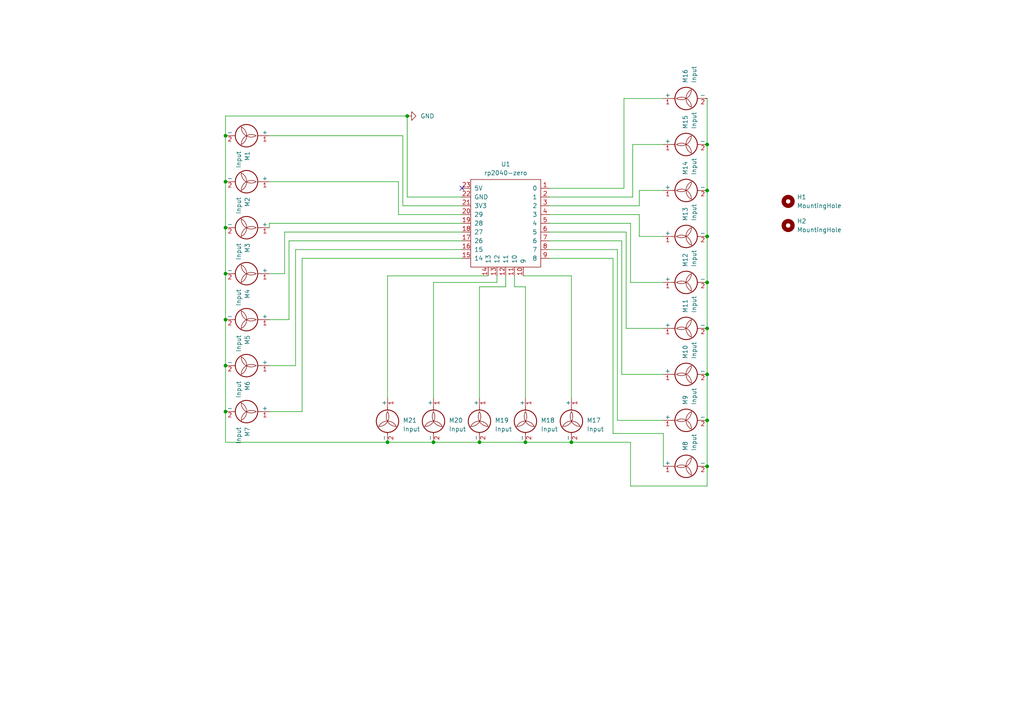
<source format=kicad_sch>
(kicad_sch (version 20230121) (generator eeschema)
  (paper "A4")
  (lib_symbols
    (symbol "Mechanical:MountingHole" (pin_names (offset 1.016))
      (property "Reference" "H" (at 0 5.08 0))
      (property "Value" "MountingHole" (at 0 3.175 0))
      (symbol "MountingHole_0_1"
        (circle (center 0 0) (radius 1.27) (stroke (width 1.27)))
      )
    )
    (symbol "Motor:Fan" (pin_names (offset 0))
      (property "Reference" "M" (at 2.54 5.08 0))
      (property "Value" "Fan" (at 2.54 -2.54 0))
      (symbol "Fan_0_1"
        (arc (start -2.54 -0.508) (mid 0.0028 0.9121) (end 0 3.81))
        (polyline (pts (xy 0 -5.08) (xy 0 -4.572)))
        (polyline (pts (xy 0 -2.2352) (xy 0 -2.6416)))
        (polyline (pts (xy 0 4.2672) (xy 0 4.6228)))
        (polyline (pts (xy 0 4.572) (xy 0 5.08)))
        (circle (center 0 1.016) (radius 3.2512) (stroke (width 0.254)))
        (arc (start 0 3.81) (mid 0.053 0.921) (end 2.54 -0.508))
        (arc (start 2.54 -0.508) (mid 0 1.0618) (end -2.54 -0.508))
      )
      (symbol "Fan_1_1"
        (pin passive line (at 0 7.62 270) (length 2.54) (name "+") (number "1"))
        (pin passive line (at 0 -5.08 90) (length 2.54) (name "-") (number "2"))
      )
    )
    (symbol "mcu:rp2040-zero" (pin_names (offset 1.016))
      (property "Reference" "U" (at 0 15.24 0))
      (property "Value" "rp2040-zero" (at 0 12.7 0))
      (symbol "rp2040-zero_0_1"
        (rectangle (start -10.16 11.43) (end 10.16 -13.97))
      )
      (symbol "rp2040-zero_1_1"
        (pin bidirectional line (at 12.7 8.89 180) (length 2.54) (name "0") (number "1"))
        (pin bidirectional line (at 5.08 -16.51 90) (length 2.54) (name "9") (number "10"))
        (pin bidirectional line (at 2.54 -16.51 90) (length 2.54) (name "10") (number "11"))
        (pin bidirectional line (at 0 -16.51 90) (length 2.54) (name "11") (number "12"))
        (pin bidirectional line (at -2.54 -16.51 90) (length 2.54) (name "12") (number "13"))
        (pin bidirectional line (at -5.08 -16.51 90) (length 2.54) (name "13") (number "14"))
        (pin bidirectional line (at -12.7 -11.43 0) (length 2.54) (name "14") (number "15"))
        (pin bidirectional line (at -12.7 -8.89 0) (length 2.54) (name "15") (number "16"))
        (pin bidirectional line (at -12.7 -6.35 0) (length 2.54) (name "26") (number "17"))
        (pin bidirectional line (at -12.7 -3.81 0) (length 2.54) (name "27") (number "18"))
        (pin bidirectional line (at -12.7 -1.27 0) (length 2.54) (name "28") (number "19"))
        (pin bidirectional line (at 12.7 6.35 180) (length 2.54) (name "1") (number "2"))
        (pin bidirectional line (at -12.7 1.27 0) (length 2.54) (name "29") (number "20"))
        (pin power_out line (at -12.7 3.81 0) (length 2.54) (name "3V3") (number "21"))
        (pin power_out line (at -12.7 6.35 0) (length 2.54) (name "GND") (number "22"))
        (pin power_out line (at -12.7 8.89 0) (length 2.54) (name "5V") (number "23"))
        (pin bidirectional line (at 12.7 3.81 180) (length 2.54) (name "2") (number "3"))
        (pin bidirectional line (at 12.7 1.27 180) (length 2.54) (name "3") (number "4"))
        (pin bidirectional line (at 12.7 -1.27 180) (length 2.54) (name "4") (number "5"))
        (pin bidirectional line (at 12.7 -3.81 180) (length 2.54) (name "5") (number "6"))
        (pin bidirectional line (at 12.7 -6.35 180) (length 2.54) (name "6") (number "7"))
        (pin bidirectional line (at 12.7 -8.89 180) (length 2.54) (name "7") (number "8"))
        (pin bidirectional line (at 12.7 -11.43 180) (length 2.54) (name "8") (number "9"))
      )
    )
    (symbol "power:GND" (power) (pin_names (offset 0))
      (property "Value" "GND" (at 0 -3.81 0))
      (symbol "GND_0_1"
        (polyline (pts (xy 0 0) (xy 0 -1.27) (xy 1.27 -1.27) (xy 0 -2.54) (xy -1.27 -1.27) (xy 0 -1.27)))
      )
      (symbol "GND_1_1"
        (pin power_in line (at 0 0 270) (length 0) hide (name "GND") (number "1"))
      )
    )
  )
  (junction (at 205.105 41.91))
  (junction (at 205.105 135.255))
  (junction (at 65.405 52.705))
  (junction (at 205.105 108.585))
  (junction (at 205.105 55.245))
  (junction (at 205.105 81.915))
  (junction (at 65.405 66.04))
  (junction (at 65.405 106.045))
  (junction (at 152.4 128.27))
  (junction (at 65.405 79.375))
  (junction (at 205.105 95.25))
  (junction (at 118.11 33.655))
  (junction (at 205.105 68.58))
  (junction (at 125.73 128.27))
  (junction (at 65.405 119.38))
  (junction (at 165.735 128.27))
  (junction (at 205.105 121.92))
  (junction (at 112.395 128.27))
  (junction (at 139.065 128.27))
  (junction (at 65.405 39.37))
  (junction (at 65.405 92.71))
  (no_connect (at 133.985 54.61))
  (wire (pts (xy 85.725 106.045) (xy 78.105 106.045)))
  (wire (pts (xy 205.105 41.91) (xy 205.105 55.245)))
  (wire (pts (xy 180.975 54.61) (xy 159.385 54.61)))
  (wire (pts (xy 149.225 83.185) (xy 149.225 80.01)))
  (wire (pts (xy 65.405 106.045) (xy 65.405 119.38)))
  (wire (pts (xy 139.065 83.185) (xy 146.685 83.185)))
  (wire (pts (xy 85.725 72.39) (xy 85.725 106.045)))
  (wire (pts (xy 87.63 74.93) (xy 87.63 119.38)))
  (wire (pts (xy 78.105 39.37) (xy 116.84 39.37)))
  (wire (pts (xy 205.105 95.25) (xy 205.105 81.915)))
  (wire (pts (xy 192.405 68.58) (xy 185.42 68.58)))
  (wire (pts (xy 205.105 68.58) (xy 205.105 55.245)))
  (wire (pts (xy 152.4 83.185) (xy 149.225 83.185)))
  (wire (pts (xy 78.105 66.04) (xy 78.105 64.77)))
  (wire (pts (xy 133.985 57.15) (xy 118.11 57.15)))
  (wire (pts (xy 133.985 72.39) (xy 85.725 72.39)))
  (wire (pts (xy 139.065 128.27) (xy 152.4 128.27)))
  (wire (pts (xy 125.73 128.27) (xy 139.065 128.27)))
  (wire (pts (xy 192.405 55.245) (xy 185.42 55.245)))
  (wire (pts (xy 78.105 52.705) (xy 115.57 52.705)))
  (wire (pts (xy 159.385 57.15) (xy 183.515 57.15)))
  (wire (pts (xy 205.105 121.92) (xy 205.105 108.585)))
  (wire (pts (xy 125.73 115.57) (xy 125.73 81.915)))
  (wire (pts (xy 192.405 121.92) (xy 179.07 121.92)))
  (wire (pts (xy 182.88 140.97) (xy 182.88 128.27)))
  (wire (pts (xy 183.515 41.91) (xy 183.515 57.15)))
  (wire (pts (xy 146.685 83.185) (xy 146.685 80.01)))
  (wire (pts (xy 205.105 41.91) (xy 205.105 28.575)))
  (wire (pts (xy 118.11 33.655) (xy 65.405 33.655)))
  (wire (pts (xy 82.55 67.31) (xy 133.985 67.31)))
  (wire (pts (xy 112.395 128.27) (xy 125.73 128.27)))
  (wire (pts (xy 82.55 79.375) (xy 82.55 67.31)))
  (wire (pts (xy 87.63 119.38) (xy 78.105 119.38)))
  (wire (pts (xy 83.82 69.85) (xy 83.82 92.71)))
  (wire (pts (xy 115.57 62.23) (xy 133.985 62.23)))
  (wire (pts (xy 181.61 67.31) (xy 159.385 67.31)))
  (wire (pts (xy 139.065 115.57) (xy 139.065 83.185)))
  (wire (pts (xy 133.985 69.85) (xy 83.82 69.85)))
  (wire (pts (xy 83.82 92.71) (xy 78.105 92.71)))
  (wire (pts (xy 125.73 81.915) (xy 144.145 81.915)))
  (wire (pts (xy 192.405 81.915) (xy 182.88 81.915)))
  (wire (pts (xy 185.42 68.58) (xy 185.42 62.23)))
  (wire (pts (xy 182.88 64.77) (xy 182.88 81.915)))
  (wire (pts (xy 116.84 39.37) (xy 116.84 59.69)))
  (wire (pts (xy 65.405 79.375) (xy 65.405 92.71)))
  (wire (pts (xy 179.07 72.39) (xy 179.07 121.92)))
  (wire (pts (xy 78.105 79.375) (xy 82.55 79.375)))
  (wire (pts (xy 165.735 115.57) (xy 165.735 80.01)))
  (wire (pts (xy 180.975 28.575) (xy 180.975 54.61)))
  (wire (pts (xy 65.405 66.04) (xy 65.405 79.375)))
  (wire (pts (xy 205.105 140.97) (xy 182.88 140.97)))
  (wire (pts (xy 192.405 125.73) (xy 177.8 125.73)))
  (wire (pts (xy 65.405 128.27) (xy 112.395 128.27)))
  (wire (pts (xy 112.395 80.01) (xy 141.605 80.01)))
  (wire (pts (xy 112.395 115.57) (xy 112.395 80.01)))
  (wire (pts (xy 192.405 135.255) (xy 192.405 125.73)))
  (wire (pts (xy 65.405 52.705) (xy 65.405 66.04)))
  (wire (pts (xy 133.985 74.93) (xy 87.63 74.93)))
  (wire (pts (xy 192.405 41.91) (xy 183.515 41.91)))
  (wire (pts (xy 115.57 52.705) (xy 115.57 62.23)))
  (wire (pts (xy 165.735 80.01) (xy 151.765 80.01)))
  (wire (pts (xy 65.405 128.27) (xy 65.405 119.38)))
  (wire (pts (xy 177.8 74.93) (xy 159.385 74.93)))
  (wire (pts (xy 152.4 128.27) (xy 165.735 128.27)))
  (wire (pts (xy 185.42 55.245) (xy 185.42 59.69)))
  (wire (pts (xy 165.735 128.27) (xy 182.88 128.27)))
  (wire (pts (xy 65.405 39.37) (xy 65.405 52.705)))
  (wire (pts (xy 78.105 64.77) (xy 133.985 64.77)))
  (wire (pts (xy 205.105 140.97) (xy 205.105 135.255)))
  (wire (pts (xy 118.11 57.15) (xy 118.11 33.655)))
  (wire (pts (xy 152.4 115.57) (xy 152.4 83.185)))
  (wire (pts (xy 116.84 59.69) (xy 133.985 59.69)))
  (wire (pts (xy 179.07 72.39) (xy 159.385 72.39)))
  (wire (pts (xy 177.8 74.93) (xy 177.8 125.73)))
  (wire (pts (xy 182.88 64.77) (xy 159.385 64.77)))
  (wire (pts (xy 65.405 33.655) (xy 65.405 39.37)))
  (wire (pts (xy 181.61 67.31) (xy 181.61 95.25)))
  (wire (pts (xy 205.105 108.585) (xy 205.105 95.25)))
  (wire (pts (xy 192.405 28.575) (xy 180.975 28.575)))
  (wire (pts (xy 65.405 92.71) (xy 65.405 106.045)))
  (wire (pts (xy 144.145 81.915) (xy 144.145 80.01)))
  (wire (pts (xy 180.34 69.85) (xy 180.34 108.585)))
  (wire (pts (xy 192.405 108.585) (xy 180.34 108.585)))
  (wire (pts (xy 180.34 69.85) (xy 159.385 69.85)))
  (wire (pts (xy 159.385 59.69) (xy 185.42 59.69)))
  (wire (pts (xy 185.42 62.23) (xy 159.385 62.23)))
  (wire (pts (xy 192.405 95.25) (xy 181.61 95.25)))
  (wire (pts (xy 205.105 81.915) (xy 205.105 68.58)))
  (wire (pts (xy 205.105 135.255) (xy 205.105 121.92)))
  (symbol (lib_id "Motor:Fan") (at 200.025 55.245 90) (unit 1)
    (property "Reference" "M14" (at 198.755 50.8 0) (effects (justify left)))
    (property "Value" "Input" (at 201.295 50.8 0) (effects (justify left)))
    (property "Footprint" "Connector_JST:JST_XH_B2B-XH-A_1x02_P2.50mm_Vertical" (effects hide))
  )
  (symbol (lib_id "Motor:Fan") (at 200.025 81.915 90) (unit 1)
    (property "Reference" "M12" (at 198.755 77.47 0) (effects (justify left)))
    (property "Value" "Input" (at 201.295 77.47 0) (effects (justify left)))
    (property "Footprint" "Connector_JST:JST_XH_B2B-XH-A_1x02_P2.50mm_Vertical" (effects hide))
  )
  (symbol (lib_id "Motor:Fan") (at 112.395 123.19 0) (unit 1)
    (property "Reference" "M21" (at 116.84 121.92 0) (effects (justify left)))
    (property "Value" "Input" (at 116.84 124.46 0) (effects (justify left)))
    (property "Footprint" "Connector_JST:JST_XH_B2B-XH-A_1x02_P2.50mm_Vertical" (effects hide))
  )
  (symbol (lib_id "power:GND") (at 118.11 33.655 90) (unit 1)
    (property "Reference" "#PWR01" (effects hide))
    (property "Value" "GND" (at 121.92 33.655 90) (effects (justify right)))
  )
  (symbol (lib_id "Motor:Fan") (at 200.025 121.92 90) (unit 1)
    (property "Reference" "M9" (at 198.755 117.475 0) (effects (justify left)))
    (property "Value" "Input" (at 201.295 117.475 0) (effects (justify left)))
    (property "Footprint" "Connector_JST:JST_XH_B2B-XH-A_1x02_P2.50mm_Vertical" (effects hide))
  )
  (symbol (lib_id "Motor:Fan") (at 70.485 92.71 270) (unit 1)
    (property "Reference" "M5" (at 71.755 97.155 0) (effects (justify left)))
    (property "Value" "Input" (at 69.215 97.155 0) (effects (justify left)))
    (property "Footprint" "Connector_JST:JST_XH_B2B-XH-A_1x02_P2.50mm_Vertical" (effects hide))
  )
  (symbol (lib_id "Mechanical:MountingHole") (at 228.6 58.42 0) (unit 1)
    (property "Reference" "H1" (at 231.14 57.15 0) (effects (justify left)))
    (property "Value" "MountingHole" (at 231.14 59.69 0) (effects (justify left)))
    (property "Footprint" "MountingHole:MountingHole_3.2mm_M3_DIN965_Pad" (effects hide))
  )
  (symbol (lib_id "Motor:Fan") (at 200.025 41.91 90) (unit 1)
    (property "Reference" "M15" (at 198.755 37.465 0) (effects (justify left)))
    (property "Value" "Input" (at 201.295 37.465 0) (effects (justify left)))
    (property "Footprint" "Connector_JST:JST_XH_B2B-XH-A_1x02_P2.50mm_Vertical" (effects hide))
  )
  (symbol (lib_id "Motor:Fan") (at 70.485 66.04 270) (unit 1)
    (property "Reference" "M3" (at 71.755 70.485 0) (effects (justify left)))
    (property "Value" "Input" (at 69.215 70.485 0) (effects (justify left)))
    (property "Footprint" "Connector_JST:JST_XH_B2B-XH-A_1x02_P2.50mm_Vertical" (effects hide))
  )
  (symbol (lib_id "Motor:Fan") (at 200.025 135.255 90) (unit 1)
    (property "Reference" "M8" (at 198.755 130.81 0) (effects (justify left)))
    (property "Value" "Input" (at 201.295 130.81 0) (effects (justify left)))
    (property "Footprint" "Connector_JST:JST_XH_B2B-XH-A_1x02_P2.50mm_Vertical" (effects hide))
  )
  (symbol (lib_id "Motor:Fan") (at 139.065 123.19 0) (unit 1)
    (property "Reference" "M19" (at 143.51 121.92 0) (effects (justify left)))
    (property "Value" "Input" (at 143.51 124.46 0) (effects (justify left)))
    (property "Footprint" "Connector_JST:JST_XH_B2B-XH-A_1x02_P2.50mm_Vertical" (effects hide))
  )
  (symbol (lib_id "Motor:Fan") (at 200.025 28.575 90) (unit 1)
    (property "Reference" "M16" (at 198.755 24.13 0) (effects (justify left)))
    (property "Value" "Input" (at 201.295 24.13 0) (effects (justify left)))
    (property "Footprint" "Connector_JST:JST_XH_B2B-XH-A_1x02_P2.50mm_Vertical" (effects hide))
  )
  (symbol (lib_id "Motor:Fan") (at 165.735 123.19 0) (unit 1)
    (property "Reference" "M17" (at 170.18 121.92 0) (effects (justify left)))
    (property "Value" "Input" (at 170.18 124.46 0) (effects (justify left)))
    (property "Footprint" "Connector_JST:JST_XH_B2B-XH-A_1x02_P2.50mm_Vertical" (effects hide))
  )
  (symbol (lib_id "mcu:rp2040-zero") (at 146.685 63.5 0) (unit 1)
    (property "Reference" "U1" (at 146.685 47.625 0))
    (property "Value" "rp2040-zero" (at 146.685 50.165 0))
    (property "Footprint" "mcu:rp2040-zero-tht" (effects hide))
  )
  (symbol (lib_id "Motor:Fan") (at 70.485 39.37 270) (unit 1)
    (property "Reference" "M1" (at 71.755 43.815 0) (effects (justify left)))
    (property "Value" "Input" (at 69.215 43.815 0) (effects (justify left)))
    (property "Footprint" "Connector_JST:JST_XH_B2B-XH-A_1x02_P2.50mm_Vertical" (effects hide))
  )
  (symbol (lib_id "Motor:Fan") (at 152.4 123.19 0) (unit 1)
    (property "Reference" "M18" (at 156.845 121.92 0) (effects (justify left)))
    (property "Value" "Input" (at 156.845 124.46 0) (effects (justify left)))
    (property "Footprint" "Connector_JST:JST_XH_B2B-XH-A_1x02_P2.50mm_Vertical" (effects hide))
  )
  (symbol (lib_id "Motor:Fan") (at 200.025 108.585 90) (unit 1)
    (property "Reference" "M10" (at 198.755 104.14 0) (effects (justify left)))
    (property "Value" "Input" (at 201.295 104.14 0) (effects (justify left)))
    (property "Footprint" "Connector_JST:JST_XH_B2B-XH-A_1x02_P2.50mm_Vertical" (effects hide))
  )
  (symbol (lib_id "Motor:Fan") (at 125.73 123.19 0) (unit 1)
    (property "Reference" "M20" (at 130.175 121.92 0) (effects (justify left)))
    (property "Value" "Input" (at 130.175 124.46 0) (effects (justify left)))
    (property "Footprint" "Connector_JST:JST_XH_B2B-XH-A_1x02_P2.50mm_Vertical" (effects hide))
  )
  (symbol (lib_id "Motor:Fan") (at 70.485 106.045 270) (unit 1)
    (property "Reference" "M6" (at 71.755 110.49 0) (effects (justify left)))
    (property "Value" "Input" (at 69.215 110.49 0) (effects (justify left)))
    (property "Footprint" "Connector_JST:JST_XH_B2B-XH-A_1x02_P2.50mm_Vertical" (effects hide))
  )
  (symbol (lib_id "Motor:Fan") (at 70.485 119.38 270) (unit 1)
    (property "Reference" "M7" (at 71.755 123.825 0) (effects (justify left)))
    (property "Value" "Input" (at 69.215 123.825 0) (effects (justify left)))
    (property "Footprint" "Connector_JST:JST_XH_B2B-XH-A_1x02_P2.50mm_Vertical" (effects hide))
  )
  (symbol (lib_id "Motor:Fan") (at 70.485 52.705 270) (unit 1)
    (property "Reference" "M2" (at 71.755 57.15 0) (effects (justify left)))
    (property "Value" "Input" (at 69.215 57.15 0) (effects (justify left)))
    (property "Footprint" "Connector_JST:JST_XH_B2B-XH-A_1x02_P2.50mm_Vertical" (effects hide))
  )
  (symbol (lib_id "Motor:Fan") (at 70.485 79.375 270) (unit 1)
    (property "Reference" "M4" (at 71.755 83.82 0) (effects (justify left)))
    (property "Value" "Input" (at 69.215 83.82 0) (effects (justify left)))
    (property "Footprint" "Connector_JST:JST_XH_B2B-XH-A_1x02_P2.50mm_Vertical" (effects hide))
  )
  (symbol (lib_id "Motor:Fan") (at 200.025 68.58 90) (unit 1)
    (property "Reference" "M13" (at 198.755 64.135 0) (effects (justify left)))
    (property "Value" "Input" (at 201.295 64.135 0) (effects (justify left)))
    (property "Footprint" "Connector_JST:JST_XH_B2B-XH-A_1x02_P2.50mm_Vertical" (effects hide))
  )
  (symbol (lib_id "Mechanical:MountingHole") (at 228.6 65.405 0) (unit 1)
    (property "Reference" "H2" (at 231.14 64.135 0) (effects (justify left)))
    (property "Value" "MountingHole" (at 231.14 66.675 0) (effects (justify left)))
    (property "Footprint" "MountingHole:MountingHole_3.2mm_M3_DIN965_Pad" (effects hide))
  )
  (symbol (lib_id "Motor:Fan") (at 200.025 95.25 90) (unit 1)
    (property "Reference" "M11" (at 198.755 90.805 0) (effects (justify left)))
    (property "Value" "Input" (at 201.295 90.805 0) (effects (justify left)))
    (property "Footprint" "Connector_JST:JST_XH_B2B-XH-A_1x02_P2.50mm_Vertical" (effects hide))
  )
)
</source>
